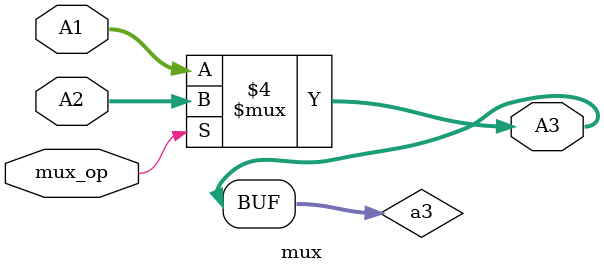
<source format=v>
`timescale 1ns / 1ps
module mux(
	 input mux_op,
    input [31:0] A1,
    input [31:0] A2,
	 output [31:0] A3
    );
	 reg [31:0] a3;
	 initial begin
		a3=0;
		end
	 
always@*begin
	if(mux_op)begin
		a3=A2;
	end
	else begin
		a3=A1;
	end
end

assign A3=a3;
endmodule

</source>
